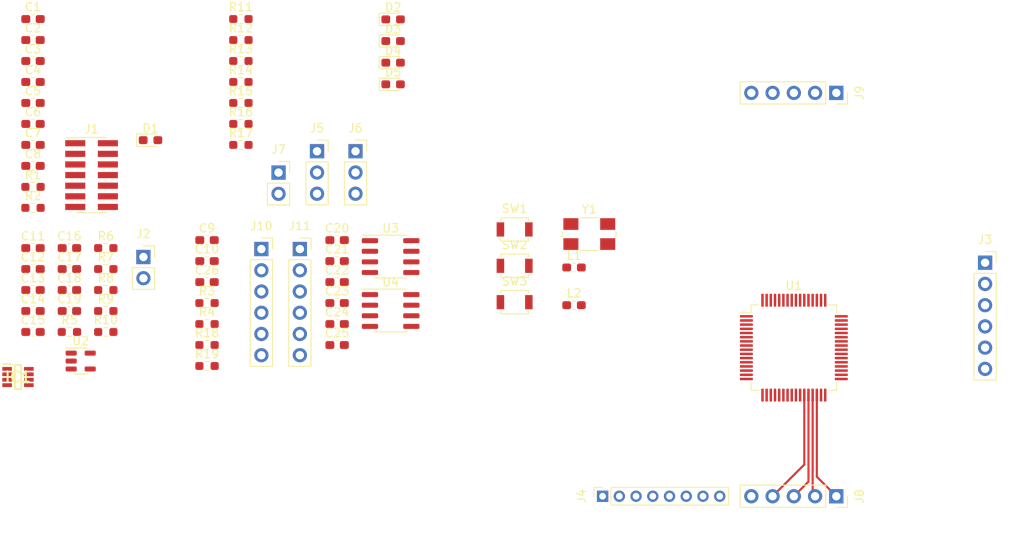
<source format=kicad_pcb>
(kicad_pcb (version 20221018) (generator pcbnew)
  (layers (0 "F.Cu" signal) (31 "B.Cu" signal) (34 "B.Paste" user) (35 "F.Paste" user) (36 "B.SilkS" user "B.Silkscreen") (37 "F.SilkS" user "F.Silkscreen") (38 "B.Mask" user) (39 "F.Mask" user) (44 "Edge.Cuts" user))
  (net 0 "")
  (net 1 "GND")
  (net 2 "Net-(U1-PC14)")
  (net 3 "Net-(C2-Pad2)")
  (net 4 "NRST")
  (net 5 "+3.3V")
  (net 6 "Net-(C7-Pad2)")
  (net 7 "Demarrage")
  (net 8 "Net-(C10-Pad2)")
  (net 9 "7.2V")
  (net 10 "Net-(IC1-VCC)")
  (net 11 "Net-(C14-Pad1)")
  (net 12 "Net-(IC1-SW)")
  (net 13 "+5V")
  (net 14 "Net-(C17-Pad1)")
  (net 15 "U1OUT1")
  (net 16 "U1OUT2")
  (net 17 "U2OUT1")
  (net 18 "U2OUT2")
  (net 19 "User")
  (net 20 "Net-(C26-Pad2)")
  (net 21 "Net-(D1-K)")
  (net 22 "+3V3")
  (net 23 "Net-(D2-K)")
  (net 24 "Rx UART LID")
  (net 25 "Net-(D3-K)")
  (net 26 "Tx UART LID")
  (net 27 "SCL ACC")
  (net 28 "Net-(D4-A)")
  (net 29 "SDA ACC")
  (net 30 "Net-(D5-A)")
  (net 31 "Net-(IC1-PG)")
  (net 32 "Net-(IC1-BST)")
  (net 33 "Net-(IC1-EN{slash}SYNC)")
  (net 34 "Net-(IC1-FB)")
  (net 37 "SWDIO")
  (net 38 "SWCLK")
  (net 42 "UART2_RX")
  (net 43 "UART2_TX")
  (net 44 "Int Acc")
  (net 45 "I2A Ad Sel")
  (net 46 "M_SCTR")
  (net 47 "DEV_EN")
  (net 48 "M_EN")
  (net 50 "OUT_IR1")
  (net 51 "OUT_IR2")
  (net 52 "Net-(J7-Pin_1)")
  (net 53 "Buzzer_In")
  (net 54 "OUT_Contact4")
  (net 55 "OUT_Contact3")
  (net 56 "OUT_Contact2")
  (net 57 "OUT_Contact1")
  (net 58 "OUT_Contact8")
  (net 59 "OUT_Contact7")
  (net 60 "OUT_Contact6")
  (net 61 "OUT_Contact5")
  (net 62 "ENCODER1")
  (net 63 "ENCODER2")
  (net 64 "ENCODER3")
  (net 65 "ENCODER4")
  (net 66 "Net-(U1-PC15)")
  (net 67 "ADC1")
  (net 68 "ADC2")
  (net 69 "PWM4")
  (net 74 "PWM1")
  (net 75 "PWM2")
  (net 94 "PWM3")
  (footprint "Resistor_SMD:R_0603_1608Metric_Pad0.98x0.95mm_HandSolder" (layer "F.Cu") (at 54.915 82.005)
    (fp_text reference "R8" (at 0 -1.43) (layer "F.SilkS"))
    (fp_text value "16k")
    (pad "1" smd roundrect (at -0.9125 0) (size 0.975 0.95) (layers "F.Cu" "F.Paste" "F.Mask") (net 34 "Net-(IC1-FB)"))
    (pad "2" smd roundrect (at 0.9125 0) (size 0.975 0.95) (layers "F.Cu" "F.Paste" "F.Mask") (net 14 "Net-(C17-Pad1)"))
  )
  (footprint "Resistor_SMD:R_0603_1608Metric_Pad0.98x0.95mm_HandSolder" (layer "F.Cu") (at 71.065 54.605)
    (fp_text reference "R13" (at 0 -1.43) (layer "F.SilkS"))
    (fp_text value "1000")
    (pad "1" smd roundrect (at -0.9125 0) (size 0.975 0.95) (layers "F.Cu" "F.Paste" "F.Mask") (net 5 "+3.3V"))
    (pad "2" smd roundrect (at 0.9125 0) (size 0.975 0.95) (layers "F.Cu" "F.Paste" "F.Mask") (net 28 "Net-(D4-A)"))
  )
  (footprint "Resistor_SMD:R_0603_1608Metric_Pad0.98x0.95mm_HandSolder" (layer "F.Cu") (at 71.065 62.135)
    (fp_text reference "R16" (at 0 -1.43) (layer "F.SilkS"))
    (fp_text value "0.01")
    (pad "1" smd roundrect (at -0.9125 0) (size 0.975 0.95) (layers "F.Cu" "F.Paste" "F.Mask") (net 68 "ADC2"))
    (pad "2" smd roundrect (at 0.9125 0) (size 0.975 0.95) (layers "F.Cu" "F.Paste" "F.Mask") (net 1 "GND"))
  )
  (footprint "Capacitor_SMD:C_0603_1608Metric_Pad1.08x0.95mm_HandSolder" (layer "F.Cu") (at 46.215 62.135)
    (fp_text reference "C6" (at 0 -1.43) (layer "F.SilkS"))
    (fp_text value "4,7 µF")
    (pad "1" smd roundrect (at -0.8625 0) (size 1.075 0.95) (layers "F.Cu" "F.Paste" "F.Mask") (net 1 "GND"))
    (pad "2" smd roundrect (at 0.8625 0) (size 1.075 0.95) (layers "F.Cu" "F.Paste" "F.Mask") (net 5 "+3.3V"))
  )
  (footprint "Resistor_SMD:R_0603_1608Metric_Pad0.98x0.95mm_HandSolder" (layer "F.Cu") (at 71.065 57.115)
    (fp_text reference "R14" (at 0 -1.43) (layer "F.SilkS"))
    (fp_text value "1000")
    (pad "1" smd roundrect (at -0.9125 0) (size 0.975 0.95) (layers "F.Cu" "F.Paste" "F.Mask") (net 5 "+3.3V"))
    (pad "2" smd roundrect (at 0.9125 0) (size 0.975 0.95) (layers "F.Cu" "F.Paste" "F.Mask") (net 30 "Net-(D5-A)"))
  )
  (footprint "Capacitor_SMD:C_0603_1608Metric_Pad1.08x0.95mm_HandSolder" (layer "F.Cu") (at 50.565 84.515)
    (fp_text reference "C19" (at 0 -1.43) (layer "F.SilkS"))
    (fp_text value "1uF/10V")
    (pad "1" smd roundrect (at -0.8625 0) (size 1.075 0.95) (layers "F.Cu" "F.Paste" "F.Mask") (net 5 "+3.3V"))
    (pad "2" smd roundrect (at 0.8625 0) (size 1.075 0.95) (layers "F.Cu" "F.Paste" "F.Mask") (net 1 "GND"))
  )
  (footprint "Capacitor_SMD:C_0603_1608Metric_Pad1.08x0.95mm_HandSolder" (layer "F.Cu") (at 82.565 81.055)
    (fp_text reference "C22" (at 0 -1.43) (layer "F.SilkS"))
    (fp_text value "1µf")
    (pad "1" smd roundrect (at -0.8625 0) (size 1.075 0.95) (layers "F.Cu" "F.Paste" "F.Mask") (net 16 "U1OUT2"))
    (pad "2" smd roundrect (at 0.8625 0) (size 1.075 0.95) (layers "F.Cu" "F.Paste" "F.Mask") (net 1 "GND"))
  )
  (footprint "Package_TO_SOT_SMD:SOT-23-5" (layer "F.Cu") (at 51.915 90.505)
    (fp_text reference "U2" (at 0 -2.4) (layer "F.SilkS"))
    (fp_text value "MIC5317-3.3xM5")
    (pad "1" smd roundrect (at -1.1375 -0.95) (size 1.325 0.6) (layers "F.Cu" "F.Paste" "F.Mask") (net 13 "+5V"))
    (pad "2" smd roundrect (at -1.1375 0) (size 1.325 0.6) (layers "F.Cu" "F.Paste" "F.Mask") (net 1 "GND"))
    (pad "3" smd roundrect (at -1.1375 0.95) (size 1.325 0.6) (layers "F.Cu" "F.Paste" "F.Mask") (net 13 "+5V"))
    (pad "4" smd roundrect (at 1.1375 0.95) (size 1.325 0.6) (layers "F.Cu" "F.Paste" "F.Mask"))
    (pad "5" smd roundrect (at 1.1375 -0.95) (size 1.325 0.6) (layers "F.Cu" "F.Paste" "F.Mask") (net 5 "+3.3V"))
  )
  (footprint "Resistor_SMD:R_0603_1608Metric_Pad0.98x0.95mm_HandSolder" (layer "F.Cu") (at 54.915 84.515)
    (fp_text reference "R9" (at 0 -1.43) (layer "F.SilkS"))
    (fp_text value "7.68k")
    (pad "1" smd roundrect (at -0.9125 0) (size 0.975 0.95) (layers "F.Cu" "F.Paste" "F.Mask") (net 14 "Net-(C17-Pad1)"))
    (pad "2" smd roundrect (at 0.9125 0) (size 0.975 0.95) (layers "F.Cu" "F.Paste" "F.Mask") (net 1 "GND"))
  )
  (footprint "Connector_PinSocket_2.54mm:PinSocket_1x02_P2.54mm_Vertical" (layer "F.Cu") (at 59.415 78.055)
    (fp_text reference "J2" (at 0 -2.77) (layer "F.SilkS"))
    (fp_text value "Conn_01x02")
    (pad "1" thru_hole rect (at 0 0) (size 1.7 1.7) (drill 1) (layers "*.Cu" "*.Mask") (net 1 "GND"))
    (pad "2" thru_hole oval (at 0 2.54) (size 1.7 1.7) (drill 1) (layers "*.Cu" "*.Mask") (net 9 "7.2V"))
  )
  (footprint "Capacitor_SMD:C_0603_1608Metric_Pad1.08x0.95mm_HandSolder" (layer "F.Cu") (at 67.015 78.545)
    (fp_text reference "C10" (at 0 -1.43) (layer "F.SilkS"))
    (fp_text value "100nF")
    (pad "1" smd roundrect (at -0.8625 0) (size 1.075 0.95) (layers "F.Cu" "F.Paste" "F.Mask") (net 7 "Demarrage"))
    (pad "2" smd roundrect (at 0.8625 0) (size 1.075 0.95) (layers "F.Cu" "F.Paste" "F.Mask") (net 8 "Net-(C10-Pad2)"))
  )
  (footprint "Button_Switch_SMD:SW_SPST_B3U-1000P" (layer "F.Cu") (at 103.785 79.11)
    (fp_text reference "SW2" (at 0 -2.5) (layer "F.SilkS"))
    (fp_text value "SW_MEC_5E")
    (pad "1" smd rect (at -1.7 0) (size 0.9 1.7) (layers "F.Cu" "F.Paste" "F.Mask") (net 4 "NRST"))
    (pad "2" smd rect (at 1.7 0) (size 0.9 1.7) (layers "F.Cu" "F.Paste" "F.Mask") (net 4 "NRST"))
  )
  (footprint "Connector_PinSocket_2.00mm:PinSocket_1x08_P2.00mm_Vertical" (layer "F.Cu") (at 114.3 106.68 90)
    (fp_text reference "J4" (at 0 -2.5 90) (layer "F.SilkS"))
    (fp_text value "Conn_01x08")
    (pad "1" thru_hole rect (at 0 0 90) (size 1.35 1.35) (drill 0.8) (layers "*.Cu" "*.Mask") (net 13 "+5V"))
    (pad "2" thru_hole oval (at 0 2 90) (size 1.35 1.35) (drill 0.8) (layers "*.Cu" "*.Mask") (net 26 "Tx UART LID"))
    (pad "3" thru_hole oval (at 0 4 90) (size 1.35 1.35) (drill 0.8) (layers "*.Cu" "*.Mask") (net 24 "Rx UART LID"))
    (pad "4" thru_hole oval (at 0 6 90) (size 1.35 1.35) (drill 0.8) (layers "*.Cu" "*.Mask") (net 1 "GND"))
    (pad "5" thru_hole oval (at 0 8 90) (size 1.35 1.35) (drill 0.8) (layers "*.Cu" "*.Mask") (net 46 "M_SCTR"))
    (pad "6" thru_hole oval (at 0 10 90) (size 1.35 1.35) (drill 0.8) (layers "*.Cu" "*.Mask") (net 47 "DEV_EN"))
    (pad "7" thru_hole oval (at 0 12 90) (size 1.35 1.35) (drill 0.8) (layers "*.Cu" "*.Mask") (net 48 "M_EN"))
    (pad "8" thru_hole oval (at 0 14 90) (size 1.35 1.35) (drill 0.8) (layers "*.Cu" "*.Mask"))
  )
  (footprint "Capacitor_SMD:C_0603_1608Metric_Pad1.08x0.95mm_HandSolder" (layer "F.Cu") (at 46.215 76.985)
    (fp_text reference "C11" (at 0 -1.43) (layer "F.SilkS"))
    (fp_text value "22uF")
    (pad "1" smd roundrect (at -0.8625 0) (size 1.075 0.95) (layers "F.Cu" "F.Paste" "F.Mask") (net 9 "7.2V"))
    (pad "2" smd roundrect (at 0.8625 0) (size 1.075 0.95) (layers "F.Cu" "F.Paste" "F.Mask") (net 1 "GND"))
  )
  (footprint "Capacitor_SMD:C_0603_1608Metric_Pad1.08x0.95mm_HandSolder" (layer "F.Cu") (at 82.565 88.585)
    (fp_text reference "C25" (at 0 -1.43) (layer "F.SilkS"))
    (fp_text value "1µf")
    (pad "1" smd roundrect (at -0.8625 0) (size 1.075 0.95) (layers "F.Cu" "F.Paste" "F.Mask") (net 18 "U2OUT2"))
    (pad "2" smd roundrect (at 0.8625 0) (size 1.075 0.95) (layers "F.Cu" "F.Paste" "F.Mask") (net 1 "GND"))
  )
  (footprint "Resistor_SMD:R_0603_1608Metric_Pad0.98x0.95mm_HandSolder" (layer "F.Cu") (at 54.915 87.025)
    (fp_text reference "R10" (at 0 -1.43) (layer "F.SilkS"))
    (fp_text value "40.2k")
    (pad "1" smd roundrect (at -0.9125 0) (size 0.975 0.95) (layers "F.Cu" "F.Paste" "F.Mask") (net 14 "Net-(C17-Pad1)"))
    (pad "2" smd roundrect (at 0.9125 0) (size 0.975 0.95) (layers "F.Cu" "F.Paste" "F.Mask") (net 13 "+5V"))
  )
  (footprint "LED_SMD:LED_0603_1608Metric_Pad1.05x0.95mm_HandSolder" (layer "F.Cu") (at 89.26 49.625)
    (fp_text reference "D2" (at 0 -1.43) (layer "F.SilkS"))
    (fp_text value "LED_Small")
    (pad "1" smd roundrect (at -0.875 0) (size 1.05 0.95) (layers "F.Cu" "F.Paste" "F.Mask") (net 23 "Net-(D2-K)"))
    (pad "2" smd roundrect (at 0.875 0) (size 1.05 0.95) (layers "F.Cu" "F.Paste" "F.Mask") (net 24 "Rx UART LID"))
  )
  (footprint "Resistor_SMD:R_0603_1608Metric_Pad0.98x0.95mm_HandSolder" (layer "F.Cu") (at 54.915 79.495)
    (fp_text reference "R7" (at 0 -1.43) (layer "F.SilkS"))
    (fp_text value "20")
    (pad "1" smd roundrect (at -0.9125 0) (size 0.975 0.95) (layers "F.Cu" "F.Paste" "F.Mask") (net 11 "Net-(C14-Pad1)"))
    (pad "2" smd roundrect (at 0.9125 0) (size 0.975 0.95) (layers "F.Cu" "F.Paste" "F.Mask") (net 32 "Net-(IC1-BST)"))
  )
  (footprint "Resistor_SMD:R_0603_1608Metric_Pad0.98x0.95mm_HandSolder" (layer "F.Cu") (at 67.015 86.075)
    (fp_text reference "R4" (at 0 -1.43) (layer "F.SilkS"))
    (fp_text value "4.7K")
    (pad "1" smd roundrect (at -0.9125 0) (size 0.975 0.95) (layers "F.Cu" "F.Paste" "F.Mask") (net 5 "+3.3V"))
    (pad "2" smd roundrect (at 0.9125 0) (size 0.975 0.95) (layers "F.Cu" "F.Paste" "F.Mask") (net 7 "Demarrage"))
  )
  (footprint "Resistor_SMD:R_0603_1608Metric_Pad0.98x0.95mm_HandSolder" (layer "F.Cu") (at 71.065 49.585)
    (fp_text reference "R11" (at 0 -1.43) (layer "F.SilkS"))
    (fp_text value "1000")
    (pad "1" smd roundrect (at -0.9125 0) (size 0.975 0.95) (layers "F.Cu" "F.Paste" "F.Mask") (net 23 "Net-(D2-K)"))
    (pad "2" smd roundrect (at 0.9125 0) (size 0.975 0.95) (layers "F.Cu" "F.Paste" "F.Mask") (net 1 "GND"))
  )
  (footprint "Resistor_SMD:R_0603_1608Metric_Pad0.98x0.95mm_HandSolder" (layer "F.Cu") (at 71.065 59.625)
    (fp_text reference "R15" (at 0 -1.43) (layer "F.SilkS"))
    (fp_text value "0.01")
    (pad "1" smd roundrect (at -0.9125 0) (size 0.975 0.95) (layers "F.Cu" "F.Paste" "F.Mask") (net 67 "ADC1"))
    (pad "2" smd roundrect (at 0.9125 0) (size 0.975 0.95) (layers "F.Cu" "F.Paste" "F.Mask") (net 1 "GND"))
  )
  (footprint "Capacitor_SMD:C_0603_1608Metric_Pad1.08x0.95mm_HandSolder" (layer "F.Cu") (at 46.215 59.625)
    (fp_text reference "C5" (at 0 -1.43) (layer "F.SilkS"))
    (fp_text value "100 nF")
    (pad "1" smd roundrect (at -0.8625 0) (size 1.075 0.95) (layers "F.Cu" "F.Paste" "F.Mask") (net 1 "GND"))
    (pad "2" smd roundrect (at 0.8625 0) (size 1.075 0.95) (layers "F.Cu" "F.Paste" "F.Mask") (net 5 "+3.3V"))
  )
  (footprint "Resistor_SMD:R_0603_1608Metric_Pad0.98x0.95mm_HandSolder" (layer "F.Cu") (at 46.215 69.665)
    (fp_text reference "R1" (at 0 -1.43) (layer "F.SilkS"))
    (fp_text value "10R")
    (pad "1" smd roundrect (at -0.9125 0) (size 0.975 0.95) (layers "F.Cu" "F.Paste" "F.Mask") (net 66 "Net-(U1-PC15)"))
    (pad "2" smd roundrect (at 0.9125 0) (size 0.975 0.95) (layers "F.Cu" "F.Paste" "F.Mask") (net 3 "Net-(C2-Pad2)"))
  )
  (footprint "Connector_PinSocket_2.54mm:PinSocket_1x05_P2.54mm_Vertical" (layer "F.Cu") (at 142.24 58.42 -90)
    (fp_text reference "J9" (at 0 -2.77 90) (layer "F.SilkS"))
    (fp_text value "Conn_01x05")
    (pad "1" thru_hole rect (at 0 0 270) (size 1.7 1.7) (drill 1) (layers "*.Cu" "*.Mask") (net 58 "OUT_Contact8"))
    (pad "2" thru_hole oval (at 0 2.54 270) (size 1.7 1.7) (drill 1) (layers "*.Cu" "*.Mask") (net 59 "OUT_Contact7"))
    (pad "3" thru_hole oval (at 0 5.08 270) (size 1.7 1.7) (drill 1) (layers "*.Cu" "*.Mask") (net 60 "OUT_Contact6"))
    (pad "4" thru_hole oval (at 0 7.62 270) (size 1.7 1.7) (drill 1) (layers "*.Cu" "*.Mask") (net 61 "OUT_Contact5"))
    (pad "5" thru_hole oval (at 0 10.16 270) (size 1.7 1.7) (drill 1) (layers "*.Cu" "*.Mask") (net 5 "+3.3V"))
  )
  (footprint "Button_Switch_SMD:SW_SPST_B3U-1000P" (layer "F.Cu") (at 103.785 83.46)
    (fp_text reference "SW3" (at 0 -2.5) (layer "F.SilkS"))
    (fp_text value "SW_MEC_5E")
    (pad "1" smd rect (at -1.7 0) (size 0.9 1.7) (layers "F.Cu" "F.Paste" "F.Mask") (net 1 "GND"))
    (pad "2" smd rect (at 1.7 0) (size 0.9 1.7) (layers "F.Cu" "F.Paste" "F.Mask") (net 1 "GND"))
  )
  (footprint "Capacitor_SMD:C_0603_1608Metric_Pad1.08x0.95mm_HandSolder" (layer "F.Cu") (at 46.215 49.585)
    (fp_text reference "C1" (at 0 -1.43) (layer "F.SilkS"))
    (fp_text value "10pF")
    (pad "1" smd roundrect (at -0.8625 0) (size 1.075 0.95) (layers "F.Cu" "F.Paste" "F.Mask") (net 1 "GND"))
    (pad "2" smd roundrect (at 0.8625 0) (size 1.075 0.95) (layers "F.Cu" "F.Paste" "F.Mask") (net 2 "Net-(U1-PC14)"))
  )
  (footprint "Resistor_SMD:R_0603_1608Metric_Pad0.98x0.95mm_HandSolder" (layer "F.Cu") (at 46.215 72.175)
    (fp_text reference "R2" (at 0 -1.43) (layer "F.SilkS"))
    (fp_text value "1k")
    (pad "1" smd roundrect (at -0.9125 0) (size 0.975 0.95) (layers "F.Cu" "F.Paste" "F.Mask") (net 21 "Net-(D1-K)"))
    (pad "2" smd roundrect (at 0.9125 0) (size 0.975 0.95) (layers "F.Cu" "F.Paste" "F.Mask") (net 1 "GND"))
  )
  (footprint "Resistor_SMD:R_0603_1608Metric_Pad0.98x0.95mm_HandSolder" (layer "F.Cu") (at 54.915 76.985)
    (fp_text reference "R6" (at 0 -1.43) (layer "F.SilkS"))
    (fp_text value "100k")
    (pad "1" smd roundrect (at -0.9125 0) (size 0.975 0.95) (layers "F.Cu" "F.Paste" "F.Mask") (net 10 "Net-(IC1-VCC)"))
    (pad "2" smd roundrect (at 0.9125 0) (size 0.975 0.95) (layers "F.Cu" "F.Paste" "F.Mask") (net 31 "Net-(IC1-PG)"))
  )
  (footprint "Capacitor_SMD:C_0603_1608Metric_Pad1.08x0.95mm_HandSolder" (layer "F.Cu") (at 50.565 79.495)
    (fp_text reference "C17" (at 0 -1.43) (layer "F.SilkS"))
    (fp_text value "15pF")
    (pad "1" smd roundrect (at -0.8625 0) (size 1.075 0.95) (layers "F.Cu" "F.Paste" "F.Mask") (net 14 "Net-(C17-Pad1)"))
    (pad "2" smd roundrect (at 0.8625 0) (size 1.075 0.95) (layers "F.Cu" "F.Paste" "F.Mask") (net 13 "+5V"))
  )
  (footprint "Connector_PinHeader_1.27mm:PinHeader_2x07_P1.27mm_Vertical_SMD" (layer "F.Cu") (at 53.215 68.255)
    (fp_text reference "J1" (at 0 -5.505) (layer "F.SilkS"))
    (fp_text value "Conn_02x07_Odd_Even")
    (pad "1" smd rect (at -1.95 -3.81) (size 2.4 0.74) (layers "F.Cu" "F.Paste" "F.Mask"))
    (pad "2" smd rect (at 1.95 -3.81) (size 2.4 0.74) (layers "F.Cu" "F.Paste" "F.Mask"))
    (pad "3" smd rect (at -1.95 -2.54) (size 2.4 0.74) (layers "F.Cu" "F.Paste" "F.Mask") (net 22 "+3V3"))
    (pad "4" smd rect (at 1.95 -2.54) (size 2.4 0.74) (layers "F.Cu" "F.Paste" "F.Mask") (net 37 "SWDIO"))
    (pad "5" smd rect (at -1.95 -1.27) (size 2.4 0.74) (layers "F.Cu" "F.Paste" "F.Mask") (net 1 "GND"))
    (pad "6" smd rect (at 1.95 -1.27) (size 2.4 0.74) (layers "F.Cu" "F.Paste" "F.Mask") (net 38 "SWCLK"))
    (pad "7" smd rect (at -1.95 0) (size 2.4 0.74) (layers "F.Cu" "F.Paste" "F.Mask") (net 1 "GND"))
    (pad "8" smd rect (at 1.95 0) (size 2.4 0.74) (layers "F.Cu" "F.Paste" "F.Mask"))
    (pad "9" smd rect (at -1.95 1.27) (size 2.4 0.74) (layers "F.Cu" "F.Paste" "F.Mask"))
    (pad "10" smd rect (at 1.95 1.27) (size 2.4 0.74) (layers "F.Cu" "F.Paste" "F.Mask"))
    (pad "11" smd rect (at -1.95 2.54) (size 2.4 0.74) (layers "F.Cu" "F.Paste" "F.Mask") (net 1 "GND"))
    (pad "12" smd rect (at 1.95 2.54) (size 2.4 0.74) (layers "F.Cu" "F.Paste" "F.Mask") (net 4 "NRST"))
    (pad "13" smd rect (at -1.95 3.81) (size 2.4 0.74) (layers "F.Cu" "F.Paste" "F.Mask") (net 42 "UART2_RX"))
    (pad "14" smd rect (at 1.95 3.81) (size 2.4 0.74) (layers "F.Cu" "F.Paste" "F.Mask") (net 43 "UART2_TX"))
  )
  (footprint "Connector_PinSocket_2.54mm:PinSocket_1x06_P2.54mm_Vertical" (layer "F.Cu") (at 78.115 77.105)
    (fp_text reference "J11" (at 0 -2.77) (layer "F.SilkS"))
    (fp_text value "Conn_01x06")
    (pad "1" thru_hole rect (at 0 0) (size 1.7 1.7) (drill 1) (layers "*.Cu" "*.Mask") (net 17 "U2OUT1"))
    (pad "2" thru_hole oval (at 0 2.54) (size 1.7 1.7) (drill 1) (layers "*.Cu" "*.Mask") (net 22 "+3V3"))
    (pad "3" thru_hole oval (at 0 5.08) (size 1.7 1.7) (drill 1) (layers "*.Cu" "*.Mask") (net 64 "ENCODER3"))
    (pad "4" thru_hole oval (at 0 7.62) (size 1.7 1.7) (drill 1) (layers "*.Cu" "*.Mask") (net 65 "ENCODER4"))
    (pad "5" thru_hole oval (at 0 10.16) (size 1.7 1.7) (drill 1) (layers "*.Cu" "*.Mask") (net 1 "GND"))
    (pad "6" thru_hole oval (at 0 12.7) (size 1.7 1.7) (drill 1) (layers "*.Cu" "*.Mask") (net 18 "U2OUT2"))
  )
  (footprint "Capacitor_SMD:C_0603_1608Metric_Pad1.08x0.95mm_HandSolder" (layer "F.Cu") (at 46.215 84.515)
    (fp_text reference "C14" (at 0 -1.43) (layer "F.SilkS"))
    (fp_text value "0.1uF")
    (pad "1" smd roundrect (at -0.8625 0) (size 1.075 0.95) (layers "F.Cu" "F.Paste" "F.Mask") (net 11 "Net-(C14-Pad1)"))
    (pad "2" smd roundrect (at 0.8625 0) (size 1.075 0.95) (layers "F.Cu" "F.Paste" "F.Mask") (net 12 "Net-(IC1-SW)"))
  )
  (footprint "LED_SMD:LED_0603_1608Metric_Pad1.05x0.95mm_HandSolder" (layer "F.Cu") (at 89.26 52.215)
    (fp_text reference "D3" (at 0 -1.43) (layer "F.SilkS"))
    (fp_text value "LED_Small")
    (pad "1" smd roundrect (at -0.875 0) (size 1.05 0.95) (layers "F.Cu" "F.Paste" "F.Mask") (net 25 "Net-(D3-K)"))
    (pad "2" smd roundrect (at 0.875 0) (size 1.05 0.95) (layers "F.Cu" "F.Paste" "F.Mask") (net 26 "Tx UART LID"))
  )
  (footprint "Resistor_SMD:R_0603_1608Metric_Pad0.98x0.95mm_HandSolder" (layer "F.Cu") (at 67.015 91.095)
    (fp_text reference "R19" (at 0 -1.43) (layer "F.SilkS"))
    (fp_text value "4.7K")
    (pad "1" smd roundrect (at -0.9125 0) (size 0.975 0.95) (layers "F.Cu" "F.Paste" "F.Mask") (net 5 "+3.3V"))
    (pad "2" smd roundrect (at 0.9125 0) (size 0.975 0.95) (layers "F.Cu" "F.Paste" "F.Mask") (net 19 "User"))
  )
  (footprint "Capacitor_SMD:C_0603_1608Metric_Pad1.08x0.95mm_HandSolder" (layer "F.Cu") (at 46.215 54.605)
    (fp_text reference "C3" (at 0 -1.43) (layer "F.SilkS"))
    (fp_text value "1 µF")
    (pad "1" smd roundrect (at -0.8625 0) (size 1.075 0.95) (layers "F.Cu" "F.Paste" "F.Mask") (net 1 "GND"))
    (pad "2" smd roundrect (at 0.8625 0) (size 1.075 0.95) (layers "F.Cu" "F.Paste" "F.Mask") (net 4 "NRST"))
  )
  (footprint "LED_SMD:LED_0603_1608Metric_Pad1.05x0.95mm_HandSolder" (layer "F.Cu") (at 89.26 54.805)
    (fp_text reference "D4" (at 0 -1.43) (layer "F.SilkS"))
    (fp_text value "LED_Small")
    (pad "1" smd roundrect (at -0.875 0) (size 1.05 0.95) (layers "F.Cu" "F.Paste" "F.Mask") (net 27 "SCL ACC"))
    (pad "2" smd roundrect (at 0.875 0) (size 1.05 0.95) (layers "F.Cu" "F.Paste" "F.Mask") (net 28 "Net-(D4-A)"))
  )
  (footprint "Capacitor_SMD:C_0603_1608Metric_Pad1.08x0.95mm_HandSolder" (layer "F.Cu") (at 46.215 57.115)
    (fp_text reference "C4" (at 0 -1.43) (layer "F.SilkS"))
    (fp_text value "100 nF")
    (pad "1" smd roundrect (at -0.8625 0) (size 1.075 0.95) (layers "F.Cu" "F.Paste" "F.Mask") (net 1 "GND"))
    (pad "2" smd roundrect (at 0.8625 0) (size 1.075 0.95) (layers "F.Cu" "F.Paste" "F.Mask") (net 5 "+3.3V"))
  )
  (footprint "Connector_PinSocket_2.54mm:PinSocket_1x05_P2.54mm_Vertical" (layer "F.Cu") (at 142.24 106.68 -90)
    (fp_text reference "J8" (at 0 -2.77 90) (layer "F.SilkS"))
    (fp_text value "Conn_01x05")
    (pad "1" thru_hole rect (at 0 0 270) (size 1.7 1.7) (drill 1) (layers "*.Cu" "*.Mask") (net 54 "OUT_Contact4"))
    (pad "2" thru_hole oval (at 0 2.54 270) (size 1.7 1.7) (drill 1) (layers "*.Cu" "*.Mask") (net 55 "OUT_Contact3"))
    (pad "3" thru_hole oval (at 0 5.08 270) (size 1.7 1.7) (drill 1) (layers "*.Cu" "*.Mask") (net 56 "OUT_Contact2"))
    (pad "4" thru_hole oval (at 0 7.62 270) (size 1.7 1.7) (drill 1) (layers "*.Cu" "*.Mask") (net 57 "OUT_Contact1"))
    (pad "5" thru_hole oval (at 0 10.16 270) (size 1.7 1.7) (drill 1) (layers "*.Cu" "*.Mask") (net 5 "+3.3V"))
  )
  (footprint "Resistor_SMD:R_0603_1608Metric_Pad0.98x0.95mm_HandSolder" (layer "F.Cu") (at 71.065 52.095)
    (fp_text reference "R12" (at 0 -1.43) (layer "F.SilkS"))
    (fp_text value "1000")
    (pad "1" smd roundrect (at -0.9125 0) (size 0.975 0.95) (layers "F.Cu" "F.Paste" "F.Mask") (net 25 "Net-(D3-K)"))
    (pad "2" smd roundrect (at 0.9125 0) (size 0.975 0.95) (layers "F.Cu" "F.Paste" "F.Mask") (net 1 "GND"))
  )
  (footprint "Capacitor_SMD:C_0603_1608Metric_Pad1.08x0.95mm_HandSolder" (layer "F.Cu") (at 50.565 82.005)
    (fp_text reference "C18" (at 0 -1.43) (layer "F.SilkS"))
    (fp_text value "1uF/10V")
    (pad "1" smd roundrect (at -0.8625 0) (size 1.075 0.95) (layers "F.Cu" "F.Paste" "F.Mask") (net 13 "+5V"))
    (pad "2" smd roundrect (at 0.8625 0) (size 1.075 0.95) (layers "F.Cu" "F.Paste" "F.Mask") (net 1 "GND"))
  )
  (footprint "LED_SMD:LED_0603_1608Metric_Pad1.05x0.95mm_HandSolder" (layer "F.Cu") (at 89.26 57.395)
    (fp_text reference "D5" (at 0 -1.43) (layer "F.SilkS"))
    (fp_text value "LED_Small")
    (pad "1" smd roundrect (at -0.875 0) (size 1.05 0.95) (layers "F.Cu" "F.Paste" "F.Mask") (net 29 "SDA ACC"))
    (pad "2" smd roundrect (at 0.875 0) (size 1.05 0.95) (layers "F.Cu" "F.Paste" "F.Mask") (net 30 "Net-(D5-A)"))
  )
  (footprint "Capacitor_SMD:C_0603_1608Metric_Pad1.08x0.95mm_HandSolder" (layer "F.Cu") (at 82.565 86.075)
    (fp_text reference "C24" (at 0 -1.43) (layer "F.SilkS"))
    (fp_text value "1µf")
    (pad "1" smd roundrect (at -0.8625 0) (size 1.075 0.95) (layers "F.Cu" "F.Paste" "F.Mask") (net 1 "GND"))
    (pad "2" smd roundrect (at 0.8625 0) (size 1.075 0.95) (layers "F.Cu" "F.Paste" "F.Mask") (net 17 "U2OUT1"))
  )
  (footprint "Capacitor_SMD:C_0603_1608Metric_Pad1.08x0.95mm_HandSolder" (layer "F.Cu") (at 82.565 76.035)
    (fp_text reference "C20" (at 0 -1.43) (layer "F.SilkS"))
    (fp_text value "1µf")
    (pad "1" smd roundrect (at -0.8625 0) (size 1.075 0.95) (layers "F.Cu" "F.Paste" "F.Mask") (net 1 "GND"))
    (pad "2" smd roundrect (at 0.8625 0) (size 1.075 0.95) (layers "F.Cu" "F.Paste" "F.Mask") (net 9 "7.2V"))
  )
  (footprint "Capacitor_SMD:C_0603_1608Metric_Pad1.08x0.95mm_HandSolder" (layer "F.Cu") (at 46.215 64.645)
    (fp_text reference "C7" (at 0 -1.43) (layer "F.SilkS"))
    (fp_text value "1 µF")
    (pad "1" smd roundrect (at -0.8625 0) (size 1.075 0.95) (layers "F.Cu" "F.Paste" "F.Mask") (net 1 "GND"))
    (pad "2" smd roundrect (at 0.8625 0) (size 1.075 0.95) (layers "F.Cu" "F.Paste" "F.Mask") (net 6 "Net-(C7-Pad2)"))
  )
  (footprint "Package_SO:SOIC-8_3.9x4.9mm_P1.27mm" (layer "F.Cu") (at 88.965 84.455)
    (fp_text reference "U4" (at 0 -3.4) (layer "F.SilkS"))
    (fp_text value "ZXBM5210-S")
    (pad "1" smd roundrect (at -2.475 -1.905) (size 1.95 0.6) (layers "F.Cu" "F.Paste" "F.Mask") (net 17 "U2OUT1"))
    (pad "2" smd roundrect (at -2.475 -0.635) (size 1.95 0.6) (layers "F.Cu" "F.Paste" "F.Mask") (net 9 "7.2V"))
    (pad "3" smd roundrect (at -2.475 0.635) (size 1.95 0.6) (layers "F.Cu" "F.Paste" "F.Mask") (net 9 "7.2V"))
    (pad "4" smd roundrect (at -2.475 1.905) (size 1.95 0.6) (layers "F.Cu" "F.Paste" "F.Mask") (net 94 "PWM3"))
    (pad "5" smd roundrect (at 2.475 1.905) (size 1.95 0.6) (layers "F.Cu" "F.Paste" "F.Mask") (net 69 "PWM4"))
    (pad "6" smd roundrect (at 2.475 0.635) (size 1.95 0.6) (layers "F.Cu" "F.Paste" "F.Mask") (net 9 "7.2V"))
    (pad "7" smd roundrect (at 2.475 -0.635) (size 1.95 0.6) (layers "F.Cu" "F.Paste" "F.Mask") (net 18 "U2OUT2"))
    (pad "8" smd roundrect (at 2.475 -1.905) (size 1.95 0.6) (layers "F.Cu" "F.Paste" "F.Mask") (net 1 "GND"))
  )
  (footprint "Crystal:Crystal_SMD_0603-4Pin_6.0x3.5mm" (layer "F.Cu") (at 112.71 75.31)
    (fp_text reference "Y1" (at 0 -2.95) (layer "F.SilkS"))
    (fp_text value "16MHz")
    (pad "1" smd rect (at -2.2 1.2) (size 1.8 1.4) (layers "F.Cu" "F.Paste" "F.Mask") (net 3 "Net-(C2-Pad2)"))
    (pad "2" smd rect (at 2.2 1.2) (size 1.8 1.4) (layers "F.Cu" "F.Paste" "F.Mask") (net 1 "GND"))
    (pad "3" smd rect (at 2.2 -1.2) (size 1.8 1.4) (layers "F.Cu" "F.Paste" "F.Mask") (net 2 "Net-(U1-PC14)"))
    (pad "4" smd rect (at -2.2 -1.2) (size 1.8 1.4) (layers "F.Cu" "F.Paste" "F.Mask") (net 1 "GND"))
  )
  (footprint "Capacitor_SMD:C_0603_1608Metric_Pad1.08x0.95mm_HandSolder" (layer "F.Cu") (at 50.565 76.985)
    (fp_text reference "C16" (at 0 -1.43) (layer "F.SilkS"))
    (fp_text value "22uF")
    (pad "1" smd roundrect (at -0.8625 0) (size 1.075 0.95) (layers "F.Cu" "F.Paste" "F.Mask") (net 13 "+5V"))
    (pad "2" smd roundrect (at 0.8625 0) (size 1.075 0.95) (layers "F.Cu" "F.Paste" "F.Mask") (net 1 "GND"))
  )
  (footprint "Connector_PinSocket_2.54mm:PinSocket_1x03_P2.54mm_Vertical" (layer "F.Cu") (at 84.765 65.405)
    (fp_text reference "J6" (at 0 -2.77) (layer "F.SilkS"))
    (fp_text value "Conn_01x03")
    (pad "1" thru_hole rect (at 0 0) (size 1.7 1.7) (drill 1) (layers "*.Cu" "*.Mask") (net 51 "OUT_IR2"))
    (pad "2" thru_hole oval (at 0 2.54) (size 1.7 1.7) (drill 1) (layers "*.Cu" "*.Mask") (net 5 "+3.3V"))
    (pad "3" thru_hole oval (at 0 5.08) (size 1.7 1.7) (drill 1) (layers "*.Cu" "*.Mask") (net 1 "GND"))
  )
  (footprint "Capacitor_SMD:C_0603_1608Metric_Pad1.08x0.95mm_HandSolder" (layer "F.Cu") (at 82.565 78.545)
    (fp_text reference "C21" (at 0 -1.43) (layer "F.SilkS"))
    (fp_text value "1µf")
    (pad "1" smd roundrect (at -0.8625 0) (size 1.075 0.95) (layers "F.Cu" "F.Paste" "F.Mask") (net 1 "GND"))
    (pad "2" smd roundrect (at 0.8625 0) (size 1.075 0.95) (layers "F.Cu" "F.Paste" "F.Mask") (net 15 "U1OUT1"))
  )
  (footprint "Resistor_SMD:R_0603_1608Metric_Pad0.98x0.95mm_HandSolder" (layer "F.Cu") (at 67.015 83.565)
    (fp_text reference "R3" (at 0 -1.43) (layer "F.SilkS"))
    (fp_text value "100")
    (pad "1" smd roundrect (at -0.9125 0) (size 0.975 0.95) (layers "F.Cu" "F.Paste" "F.Mask") (net 8 "Net-(C10-Pad2)"))
    (pad "2" smd roundrect (at 0.9125 0) (size 0.975 0.95) (layers "F.Cu" "F.Paste" "F.Mask") (net 1 "GND"))
  )
  (footprint "Capacitor_SMD:C_0603_1608Metric_Pad1.08x0.95mm_HandSolder" (layer "F.Cu") (at 67.015 76.035)
    (fp_text reference "C9" (at 0 -1.43) (layer "F.SilkS"))
    (fp_text value "100nF")
    (pad "1" smd roundrect (at -0.8625 0) (size 1.075 0.95) (layers "F.Cu" "F.Paste" "F.Mask") (net 1 "GND"))
    (pad "2" smd roundrect (at 0.8625 0) (size 1.075 0.95) (layers "F.Cu" "F.Paste" "F.Mask") (net 4 "NRST"))
  )
  (footprint "Capacitor_SMD:C_0603_1608Metric_Pad1.08x0.95mm_HandSolder" (layer "F.Cu") (at 82.565 83.565)
    (fp_text reference "C23" (at 0 -1.43) (layer "F.SilkS"))
    (fp_text value "1µf")
    (pad "1" smd roundrect (at -0.8625 0) (size 1.075 0.95) (layers "F.Cu" "F.Paste" "F.Mask") (net 1 "GND"))
    (pad "2" smd roundrect (at 0.8625 0) (size 1.075 0.95) (layers "F.Cu" "F.Paste" "F.Mask") (net 9 "7.2V"))
  )
  (footprint "Capacitor_SMD:C_0603_1608Metric_Pad1.08x0.95mm_HandSolder" (layer "F.Cu") (at 67.015 81.055)
    (fp_text reference "C26" (at 0 -1.43) (layer "F.SilkS"))
    (fp_text value "100nF")
    (pad "1" smd roundrect (at -0.8625 0) (size 1.075 0.95) (layers "F.Cu" "F.Paste" "F.Mask") (net 19 "User"))
    (pad "2" smd roundrect (at 0.8625 0) (size 1.075 0.95) (layers "F.Cu" "F.Paste" "F.Mask") (net 20 "Net-(C26-Pad2)"))
  )
  (footprint "LED_SMD:LED_0603_1608Metric_Pad1.05x0.95mm_HandSolder" (layer "F.Cu") (at 60.26 64.075)
    (fp_text reference "D1" (at 0 -1.43) (layer "F.SilkS"))
    (fp_text value "GREEN")
    (pad "1" smd roundrect (at -0.875 0) (size 1.05 0.95) (layers "F.Cu" "F.Paste" "F.Mask") (net 21 "Net-(D1-K)"))
    (pad "2" smd roundrect (at 0.875 0) (size 1.05 0.95) (layers "F.Cu" "F.Paste" "F.Mask") (net 22 "+3V3"))
  )
  (footprint "Capacitor_SMD:C_0603_1608Metric_Pad1.08x0.95mm_HandSolder" (layer "F.Cu") (at 46.215 82.005)
    (fp_text reference "C13" (at 0 -1.43) (layer "F.SilkS"))
    (fp_text value "0.1uF")
    (pad "1" smd roundrect (at -0.8625 0) (size 1.075 0.95) (layers "F.Cu" "F.Paste" "F.Mask") (net 10 "Net-(IC1-VCC)"))
    (pad "2" smd roundrect (at 0.8625 0) (size 1.075 0.95) (layers "F.Cu" "F.Paste" "F.Mask") (net 1 "GND"))
  )
  (footprint "Connector_PinSocket_2.54mm:PinSocket_1x02_P2.54mm_Vertical" (layer "F.Cu") (at 75.565 67.955)
    (fp_text reference "J7" (at 0 -2.77) (layer "F.SilkS"))
    (fp_text value "Conn_01x02")
    (pad "1" thru_hole rect (at 0 0) (size 1.7 1.7) (drill 1) (layers "*.Cu" "*.Mask") (net 52 "Net-(J7-Pin_1)"))
    (pad "2" thru_hole oval (at 0 2.54) (size 1.7 1.7) (drill 1) (layers "*.Cu" "*.Mask") (net 53 "Buzzer_In"))
  )
  (footprint "Capacitor_SMD:C_0603_1608Metric_Pad1.08x0.95mm_HandSolder" (layer "F.Cu") (at 46.215 87.025)
    (fp_text reference "C15" (at 0 -1.43) (layer "F.SilkS"))
    (fp_text value "22uF")
    (pad "1" smd roundrect (at -0.8625 0) (size 1.075 0.95) (layers "F.Cu" "F.Paste" "F.Mask") (net 13 "+5V"))
    (pad "2" smd roundrect (at 0.8625 0) (size 1.075 0.95) (layers "F.Cu" "F.Paste" "F.Mask") (net 1 "GND"))
  )
  (footprint "Resistor_SMD:R_0603_1608Metric_Pad0.98x0.95mm_HandSolder" (layer "F.Cu") (at 67.015 88.585)
    (fp_text reference "R18" (at 0 -1.43) (layer "F.SilkS"))
    (fp_text value "100")
    (pad "1" smd roundrect (at -0.9125 0) (size 0.975 0.95) (layers "F.Cu" "F.Paste" "F.Mask") (net 20 "Net-(C26-Pad2)"))
    (pad "2" smd roundrect (at 0.9125 0) (size 0.975 0.95) (layers "F.Cu" "F.Paste" "F.Mask") (net 1 "GND"))
  )
  (footprint "Connector_PinSocket_2.54mm:PinSocket_1x03_P2.54mm_Vertical" (layer "F.Cu") (at 80.165 65.405)
    (fp_text reference "J5" (at 0 -2.77) (layer "F.SilkS"))
    (fp_text value "Conn_01x03")
    (pad "1" thru_hole rect (at 0 0) (size 1.7 1.7) (drill 1) (layers "*.Cu" "*.Mask") (net 50 "OUT_IR1"))
    (pad "2" thru_hole oval (at 0 2.54) (size 1.7 1.7) (drill 1) (layers "*.Cu" "*.Mask") (net 5 "+3.3V"))
    (pad "3" thru_hole oval (at 0 5.08) (size 1.7 1.7) (drill 1) (layers "*.Cu" "*.Mask") (net 1 "GND"))
  )
  (footprint "Inductor_SMD:L_0603_1608Metric_Pad1.05x0.95mm_HandSolder" (layer "F.Cu") (at 110.885 83.82)
    (fp_text reference "L2" (at 0 -1.43) (layer "F.SilkS"))
    (fp_text value "4.7uH")
    (pad "1" smd roundrect (at -0.875 0) (size 1.05 0.95) (layers "F.Cu" "F.Paste" "F.Mask") (net 12 "Net-(IC1-SW)"))
    (pad "2" smd roundrect (at 0.875 0) (size 1.05 0.95) (layers "F.Cu" "F.Paste" "F.Mask") (net 13 "+5V"))
  )
  (footprint "Package_SO:SOIC-8_3.9x4.9mm_P1.27mm" (layer "F.Cu") (at 88.965 78.005)
    (fp_text reference "U3" (at 0 -3.4) (layer "F.SilkS"))
    (fp_text value "ZXBM5210-S")
    (pad "1" smd roundrect (at -2.475 -1.905) (size 1.95 0.6) (layers "F.Cu" "F.Paste" "F.Mask") (net 15 "U1OUT1"))
    (pad "2" smd roundrect (at -2.475 -0.635) (size 1.95 0.6) (layers "F.Cu" "F.Paste" "F.Mask") (net 9 "7.2V"))
    (pad "3" smd roundrect (at -2.475 0.635) (size 1.95 0.6) (layers "F.Cu" "F.Paste" "F.Mask") (net 9 "7.2V"))
    (pad "4" smd roundrect (at -2.475 1.905) (size 1.95 0.6) (layers "F.Cu" "F.Paste" "F.Mask") (net 74 "PWM1"))
    (pad "5" smd roundrect (at 2.475 1.905) (size 1.95 0.6) (layers "F.Cu" "F.Paste" "F.Mask") (net 75 "PWM2"))
    (pad "6" smd roundrect (at 2.475 0.635) (size 1.95 0.6) (layers "F.Cu" "F.Paste" "F.Mask") (net 9 "7.2V"))
    (pad "7" smd roundrect (at 2.475 -0.635) (size 1.95 0.6) (layers "F.Cu" "F.Paste" "F.Mask") (net 16 "U1OUT2"))
    (pad "8" smd roundrect (at 2.475 -1.905) (size 1.95 0.6) (layers "F.Cu" "F.Paste" "F.Mask") (net 1 "GND"))
  )
  (footprint "Capacitor_SMD:C_0603_1608Metric_Pad1.08x0.95mm_HandSolder" (layer "F.Cu") (at 46.215 67.155)
    (fp_text reference "C8" (at 0 -1.43) (layer "F.SilkS"))
    (fp_text value "1 µF")
    (pad "1" smd roundrect (at -0.8625 0) (size 1.075 0.95) (layers "F.Cu" "F.Paste" "F.Mask") (net 1 "GND"))
    (pad "2" smd roundrect (at 0.8625 0) (size 1.075 0.95) (layers "F.Cu" "F.Paste" "F.Mask") (net 6 "Net-(C7-Pad2)"))
  )
  (footprint "Inductor_SMD:L_0603_1608Metric_Pad1.05x0.95mm_HandSolder" (layer "F.Cu") (at 110.885 79.31)
    (fp_text reference "L1" (at 0 -1.43) (layer "F.SilkS"))
    (fp_text value "L_Small")
    (pad "1" smd roundrect (at -0.875 0) (size 1.05 0.95) (layers "F.Cu" "F.Paste" "F.Mask") (net 5 "+3.3V"))
    (pad "2" smd roundrect (at 0.875 0) (size 1.05 0.95) (layers "F.Cu" "F.Paste" "F.Mask") (net 6 "Net-(C7-Pad2)"))
  )
  (footprint "Connector_PinSocket_2.54mm:PinSocket_1x06_P2.54mm_Vertical" (layer "F.Cu") (at 73.515 77.105)
    (fp_text reference "J10" (at 0 -2.77) (layer "F.SilkS"))
    (fp_text value "Conn_01x06")
    (pad "1" thru_hole rect (at 0 0) (size 1.7 1.7) (drill 1) (layers "*.Cu" "*.Mask") (net 15 "U1OUT1"))
    (pad "2" thru_hole oval (at 0 2.54) (size 1.7 1.7) (drill 1) (layers "*.Cu" "*.Mask") (net 22 "+3V3"))
    (pad "3" thru_hole oval (at 0 5.08) (size 1.7 1.7) (drill 1) (layers "*.Cu" "*.Mask") (net 62 "ENCODER1"))
    (pad "4" thru_hole oval (at 0 7.62) (size 1.7 1.7) (drill 1) (layers "*.Cu" "*.Mask") (net 63 "ENCODER2"))
    (pad "5" thru_hole oval (at 0 10.16) (size 1.7 1.7) (drill 1) (layers "*.Cu" "*.Mask") (net 1 "GND"))
    (pad "6" thru_hole oval (at 0 12.7) (size 1.7 1.7) (drill 1) (layers "*.Cu" "*.Mask") (net 16 "U1OUT2"))
  )
  (footprint "Capacitor_SMD:C_0603_1608Metric_Pad1.08x0.95mm_HandSolder" (layer "F.Cu") (at 46.215 52.095)
    (fp_text reference "C2" (at 0 -1.43) (layer "F.SilkS"))
    (fp_text value "10pF")
    (pad "1" smd roundrect (at -0.8625 0) (size 1.075 0.95) (layers "F.Cu" "F.Paste" "F.Mask") (net 1 "GND"))
    (pad "2" smd roundrect (at 0.8625 0) (size 1.075 0.95) (layers "F.Cu" "F.Paste" "F.Mask") (net 3 "Net-(C2-Pad2)"))
  )
  (footprint "KiCad:SOT65P280X100-8N" (layer "F.Cu") (at 44.42 92.415)
    (fp_text reference "IC1" (at 0 0) (layer "F.SilkS") (effects (font (size 1.27 1.27) (thickness 0.254))))
    (fp_text value "MP1475" hide)
    (pad "1" smd rect (at -1.3 -0.975 90) (size 0.45 1.15) (layers "F.Cu" "F.Paste" "F.Mask") (net 31 "Net-(IC1-PG)"))
    (pad "2" smd rect (at -1.3 -0.325 90) (size 0.45 1.15) (layers "F.Cu" "F.Paste" "F.Mask") (net 9 "7.2V"))
    (pad "3" smd rect (at -1.3 0.325 90) (size 0.45 1.15) (layers "F.Cu" "F.Paste" "F.Mask") (net 12 "Net-(IC1-SW)"))
    (pad "4" smd rect (at -1.3 0.975 90) (size 0.45 1.15) (layers "F.Cu" "F.Paste" "F.Mask") (net 1 "GND"))
    (pad "5" smd rect (at 1.3 0.975 90) (size 0.45 1.15) (layers "F.Cu" "F.Paste" "F.Mask") (net 32 "Net-(IC1-BST)"))
    (pad "6" smd rect (at 1.3 0.325 90) (size 0.45 1.15) (layers "F.Cu" "F.Paste" "F.Mask") (net 33 "Net-(IC1-EN{slash}SYNC)"))
    (pad "7" smd rect (at 1.3 -0.325 90) (size 0.45 1.15) (layers "F.Cu" "F.Paste" "F.Mask") (net 10 "Net-(IC1-VCC)"))
    (pad "8" smd rect (at 1.3 -0.975 90) (size 0.45 1.15) (layers "F.Cu" "F.Paste" "F.Mask") (net 34 "Net-(IC1-FB)"))
  )
  (footprint "Capacitor_SMD:C_0603_1608Metric_Pad1.08x0.95mm_HandSolder" (layer "F.Cu") (at 46.215 79.495)
    (fp_text reference "C12" (at 0 -1.43) (layer "F.SilkS"))
    (fp_text value "22uF")
    (pad "1" smd roundrect (at -0.8625 0) (size 1.075 0.95) (layers "F.Cu" "F.Paste" "F.Mask") (net 9 "7.2V"))
    (pad "2" smd roundrect (at 0.8625 0) (size 1.075 0.95) (layers "F.Cu" "F.Paste" "F.Mask") (net 1 "GND"))
  )
  (footprint "Resistor_SMD:R_0603_1608Metric_Pad0.98x0.95mm_HandSolder" (layer "F.Cu") (at 71.065 64.645)
    (fp_text reference "R17" (at 0 -1.43) (layer "F.SilkS"))
    (fp_text value "100")
    (pad "1" smd roundrect (at -0.9125 0) (size 0.975 0.95) (layers "F.Cu" "F.Paste" "F.Mask") (net 52 "Net-(J7-Pin_1)"))
    (pad "2" smd roundrect (at 0.9125 0) (size 0.975 0.95) (layers "F.Cu" "F.Paste" "F.Mask") (net 1 "GND"))
  )
  (footprint "Package_QFP:LQFP-64_10x10mm_P0.5mm" (layer "F.Cu") (at 137.16 88.9)
    (fp_text reference "U1" (at 0 -7.4) (layer "F.SilkS"))
    (fp_text value "STM32G070RBTx")
    (pad "1" smd roundrect (at -5.675 -3.75) (size 1.55 0.3) (layers "F.Cu" "F.Paste" "F.Mask") (net 69 "PWM4"))
    (pad "2" smd roundrect (at -5.675 -3.25) (size 1.55 0.3) (layers "F.Cu" "F.Paste" "F.Mask"))
    (pad "3" smd roundrect (at -5.675 -2.75) (size 1.55 0.3) (layers "F.Cu" "F.Paste" "F.Mask"))
    (pad "4" smd roundrect (at -5.675 -2.25) (size 1.55 0.3) (layers "F.Cu" "F.Paste" "F.Mask") (net 2 "Net-(U1-PC14)"))
    (pad "5" smd roundrect (at -5.675 -1.75) (size 1.55 0.3) (layers "F.Cu" "F.Paste" "F.Mask") (net 66 "Net-(U1-PC15)"))
    (pad "6" smd roundrect (at -5.675 -1.25) (size 1.55 0.3) (layers "F.Cu" "F.Paste" "F.Mask") (net 5 "+3.3V"))
    (pad "7" smd roundrect (at -5.675 -0.75) (size 1.55 0.3) (layers "F.Cu" "F.Paste" "F.Mask") (net 5 "+3.3V"))
    (pad "8" smd roundrect (at -5.675 -0.25) (size 1.55 0.3) (layers "F.Cu" "F.Paste" "F.Mask") (net 5 "+3.3V"))
    (pad "9" smd roundrect (at -5.675 0.25) (size 1.55 0.3) (layers "F.Cu" "F.Paste" "F.Mask") (net 1 "GND"))
    (pad "10" smd roundrect (at -5.675 0.75) (size 1.55 0.3) (layers "F.Cu" "F.Paste" "F.Mask"))
    (pad "11" smd roundrect (at -5.675 1.25) (size 1.55 0.3) (layers "F.Cu" "F.Paste" "F.Mask"))
    (pad "12" smd roundrect (at -5.675 1.75) (size 1.55 0.3) (layers "F.Cu" "F.Paste" "F.Mask") (net 4 "NRST"))
    (pad "13" smd roundrect (at -5.675 2.25) (size 1.55 0.3) (layers "F.Cu" "F.Paste" "F.Mask") (net 53 "Buzzer_In"))
    (pad "14" smd roundrect (at -5.675 2.75) (size 1.55 0.3) (layers "F.Cu" "F.Paste" "F.Mask") (net 74 "PWM1"))
    (pad "15" smd roundrect (at -5.675 3.25) (size 1.55 0.3) (layers "F.Cu" "F.Paste" "F.Mask") (net 75 "PWM2"))
    (pad "16" smd roundrect (at -5.675 3.75) (size 1.55 0.3) (layers "F.Cu" "F.Paste" "F.Mask"))
    (pad "17" smd roundrect (at -3.75 5.675) (size 0.3 1.55) (layers "F.Cu" "F.Paste" "F.Mask") (net 67 "ADC1"))
    (pad "18" smd roundrect (at -3.25 5.675) (size 0.3 1.55) (layers "F.Cu" "F.Paste" "F.Mask") (net 68 "ADC2"))
    (pad "19" smd roundrect (at -2.75 5.675) (size 0.3 1.55) (layers "F.Cu" "F.Paste" "F.Mask") (net 43 "UART2_TX"))
    (pad "20" smd roundrect (at -2.25 5.675) (size 0.3 1.55) (layers "F.Cu" "F.Paste" "F.Mask") (net 42 "UART2_RX"))
    (pad "21" smd roundrect (at -1.75 5.675) (size 0.3 1.55) (layers "F.Cu" "F.Paste" "F.Mask") (net 48 "M_EN"))
    (pad "22" smd roundrect (at -1.25 5.675) (size 0.3 1.55) (layers "F.Cu" "F.Paste" "F.Mask") (net 47 "DEV_EN"))
    (pad "23" smd roundrect (at -0.75 5.675) (size 0.3 1.55) (layers "F.Cu" "F.Paste" "F.Mask"))
    (pad "24" smd roundrect (at -0.25 5.675) (size 0.3 1.55) (layers "F.Cu" "F.Paste" "F.Mask"))
    (pad "25" smd roundrect (at 0.25 5.675) (size 0.3 1.55) (layers "F.Cu" "F.Paste" "F.Mask") (net 24 "Rx UART LID"))
    (pad "26" smd roundrect (at 0.75 5.675) (size 0.3 1.55) (layers "F.Cu" "F.Paste" "F.Mask") (net 26 "Tx UART LID"))
    (pad "27" smd roundrect (at 1.25 5.675) (size 0.3 1.55) (layers "F.Cu" "F.Paste" "F.Mask") (net 57 "OUT_Contact1"))
    (pad "28" smd roundrect (at 1.75 5.675) (size 0.3 1.55) (layers "F.Cu" "F.Paste" "F.Mask") (net 56 "OUT_Contact2"))
    (pad "29" smd roundrect (at 2.25 5.675) (size 0.3 1.55) (layers "F.Cu" "F.Paste" "F.Mask") (net 55 "OUT_Contact3"))
    (pad "30" smd roundrect (at 2.75 5.675) (size 0.3 1.55) (layers "F.Cu" "F.Paste" "F.Mask") (net 54 "OUT_Contact4"))
    (pad "31" smd roundrect (at 3.25 5.675) (size 0.3 1.55) (layers "F.Cu" "F.Paste" "F.Mask"))
    (pad "32" smd roundrect (at 3.75 5.675) (size 0.3 1.55) (layers "F.Cu" "F.Paste" "F.Mask"))
    (pad "33" smd roundrect (at 5.675 3.75) (size 1.55 0.3) (layers "F.Cu" "F.Paste" "F.Mask") (net 27 "SCL ACC"))
    (pad "34" smd roundrect (at 5.675 3.25) (size 1.55 0.3) (layers "F.Cu" "F.Paste" "F.Mask") (net 29 "SDA ACC"))
    (pad "35" smd roundrect (at 5.675 2.75) (size 1.55 0.3) (layers "F.Cu" "F.Paste" "F.Mask") (net 46 "M_SCTR"))
    (pad "36" smd roundrect (at 5.675 2.25) (size 1.55 0.3) (layers "F.Cu" "F.Paste" "F.Mask") (net 64 "ENCODER3"))
    (pad "37" smd roundrect (at 5.675 1.75) (size 1.55 0.3) (layers "F.Cu" "F.Paste" "F.Mask") (net 65 "ENCODER4"))
    (pad "38" smd roundrect (at 5.675 1.25) (size 1.55 0.3) (layers "F.Cu" "F.Paste" "F.Mask") (net 45 "I2A Ad Sel"))
    (pad "39" smd roundrect (at 5.675 0.75) (size 1.55 0.3) (layers "F.Cu" "F.Paste" "F.Mask") (net 44 "Int Acc"))
    (pad "40" smd roundrect (at 5.675 0.25) (size 1.55 0.3) (layers "F.Cu" "F.Paste" "F.Mask"))
    (pad "41" smd roundrect (at 5.675 -0.25) (size 1.55 0.3) (layers "F.Cu" "F.Paste" "F.Mask"))
    (pad "42" smd roundrect (at 5.675 -0.75) (size 1.55 0.3) (layers "F.Cu" "F.Paste" "F.Mask"))
    (pad "43" smd roundrect (at 5.675 -1.25) (size 1.55 0.3) (layers "F.Cu" "F.Paste" "F.Mask") (net 50 "OUT_IR1"))
    (pad "44" smd roundrect (at 5.675 -1.75) (size 1.55 0.3) (layers "F.Cu" "F.Paste" "F.Mask") (net 51 "OUT_IR2"))
    (pad "45" smd roundrect (at 5.675 -2.25) (size 1.55 0.3) (layers "F.Cu" "F.Paste" "F.Mask") (net 37 "SWDIO"))
    (pad "46" smd roundrect (at 5.675 -2.75) (size 1.55 0.3) (layers "F.Cu" "F.Paste" "F.Mask") (net 38 "SWCLK"))
    (pad "47" smd roundrect (at 5.675 -3.25) (size 1.55 0.3) (layers "F.Cu" "F.Paste" "F.Mask") (net 7 "Demarrage"))
    (pad "48" smd roundrect (at 5.675 -3.75) (size 1.55 0.3) (layers "F.Cu" "F.Paste" "F.Mask"))
    (pad "49" smd roundrect (at 3.75 -5.675) (size 0.3 1.55) (layers "F.Cu" "F.Paste" "F.Mask"))
    (pad "50" smd roundrect (at 3.25 -5.675) (size 0.3 1.55) (layers "F.Cu" "F.Paste" "F.Mask"))
    (pad "51" smd roundrect (at 2.75 -5.675) (size 0.3 1.55) (layers "F.Cu" "F.Paste" "F.Mask") (net 58 "OUT_Contact8"))
    (pad "52" smd roundrect (at 2.25 -5.675) (size 0.3 1.55) (layers "F.Cu" "F.Paste" "F.Mask") (net 59 "OUT_Contact7"))
    (pad "53" smd roundrect (at 1.75 -5.675) (size 0.3 1.55) (layers "F.Cu" "F.Paste" "F.Mask") (net 60 "OUT_Contact6"))
    (pad "54" smd roundrect (at 1.25 -5.675) (size 0.3 1.55) (layers "F.Cu" "F.Paste" "F.Mask") (net 61 "OUT_Contact5"))
    (pad "55" smd roundrect (at 0.75 -5.675) (size 0.3 1.55) (layers "F.Cu" "F.Paste" "F.Mask"))
    (pad "56" smd roundrect (at 0.25 -5.675) (size 0.3 1.55) (layers "F.Cu" "F.Paste" "F.Mask"))
    (pad "57" smd roundrect (at -0.25 -5.675) (size 0.3 1.55) (layers "F.Cu" "F.Paste" "F.Mask"))
    (pad "58" smd roundrect (at -0.75 -5.675) (size 0.3 1.55) (layers "F.Cu" "F.Paste" "F.Mask"))
    (pad "59" smd roundrect (at -1.25 -5.675) (size 0.3 1.55) (layers "F.Cu" "F.Paste" "F.Mask"))
    (pad "60" smd roundrect (at -1.75 -5.675) (size 0.3 1.55) (layers "F.Cu" "F.Paste" "F.Mask") (net 62 "ENCODER1"))
    (pad "61" smd roundrect (at -2.25 -5.675) (size 0.3 1.55) (layers "F.Cu" "F.Paste" "F.Mask") (net 63 "ENCODER2"))
    (pad "62" smd roundrect (at -2.75 -5.675) (size 0.3 1.55) (layers "F.Cu" "F.Paste" "F.Mask"))
    (pad "63" smd roundrect (at -3.25 -5.675) (size 0.3 1.55) (layers "F.Cu" "F.Paste" "F.Mask"))
    (pad "64" smd roundrect (at -3.75 -5.675) (size 0.3 1.55) (layers "F.Cu" "F.Paste" "F.Mask") (net 94 "PWM3"))
  )
  (footprint "Resistor_SMD:R_0603_1608Metric_Pad0.98x0.95mm_HandSolder" (layer "F.Cu") (at 50.565 87.025)
    (fp_text reference "R5" (at 0 -1.43) (layer "F.SilkS"))
    (fp_text value "1OOk")
    (pad "1" smd roundrect (at -0.9125 0) (size 0.975 0.95) (layers "F.Cu" "F.Paste" "F.Mask") (net 9 "7.2V"))
    (pad "2" smd roundrect (at 0.9125 0) (size 0.975 0.95) (layers "F.Cu" "F.Paste" "F.Mask") (net 33 "Net-(IC1-EN{slash}SYNC)"))
  )
  (footprint "Connector_PinSocket_2.54mm:PinSocket_1x06_P2.54mm_Vertical" (layer "F.Cu") (at 160.02 78.74)
    (fp_text reference "J3" (at 0 -2.77) (layer "F.SilkS"))
    (fp_text value "Conn_01x06")
    (pad "1" thru_hole rect (at 0 0) (size 1.7 1.7) (drill 1) (layers "*.Cu" "*.Mask") (net 44 "Int Acc"))
    (pad "2" thru_hole oval (at 0 2.54) (size 1.7 1.7) (drill 1) (layers "*.Cu" "*.Mask") (net 45 "I2A Ad Sel"))
    (pad "3" thru_hole oval (at 0 5.08) (size 1.7 1.7) (drill 1) (layers "*.Cu" "*.Mask") (net 29 "SDA ACC"))
    (pad "4" thru_hole oval (at 0 7.62) (size 1.7 1.7) (drill 1) (layers "*.Cu" "*.Mask") (net 27 "SCL ACC"))
    (pad "5" thru_hole oval (at 0 10.16) (size 1.7 1.7) (drill 1) (layers "*.Cu" "*.Mask") (net 1 "GND"))
    (pad "6" thru_hole oval (at 0 12.7) (size 1.7 1.7) (drill 1) (layers "*.Cu" "*.Mask") (net 5 "+3.3V"))
  )
  (footprint "Button_Switch_SMD:SW_SPST_B3U-1000P" (layer "F.Cu") (at 103.785 74.76)
    (fp_text reference "SW1" (at 0 -2.5) (layer "F.SilkS"))
    (fp_text value "SW_DIP_x01")
    (pad "1" smd rect (at -1.7 0) (size 0.9 1.7) (layers "F.Cu" "F.Paste" "F.Mask") (net 1 "GND"))
    (pad "2" smd rect (at 1.7 0) (size 0.9 1.7) (layers "F.Cu" "F.Paste" "F.Mask") (net 7 "Demarrage"))
  )
  (segment (start 139.91 104.35) (end 142.24 106.68) (width 0.25) (layer "F.Cu") (net 54))
  (segment (start 139.91 94.575) (end 139.91 104.35) (width 0.25) (layer "F.Cu") (net 54))
  (segment (start 139.41 94.575) (end 139.41 106.39) (width 0.25) (layer "F.Cu") (net 55))
  (segment (start 139.41 106.39) (end 139.7 106.68) (width 0.25) (layer "F.Cu") (net 55))
  (segment (start 138.91 104.93) (end 137.16 106.68) (width 0.25) (layer "F.Cu") (net 56))
  (segment (start 138.91 94.575) (end 138.91 104.93) (width 0.25) (layer "F.Cu") (net 56))
  (segment (start 138.41 102.89) (end 134.62 106.68) (width 0.25) (layer "F.Cu") (net 57))
  (segment (start 138.41 94.575) (end 138.41 102.89) (width 0.25) (layer "F.Cu") (net 57))
)
</source>
